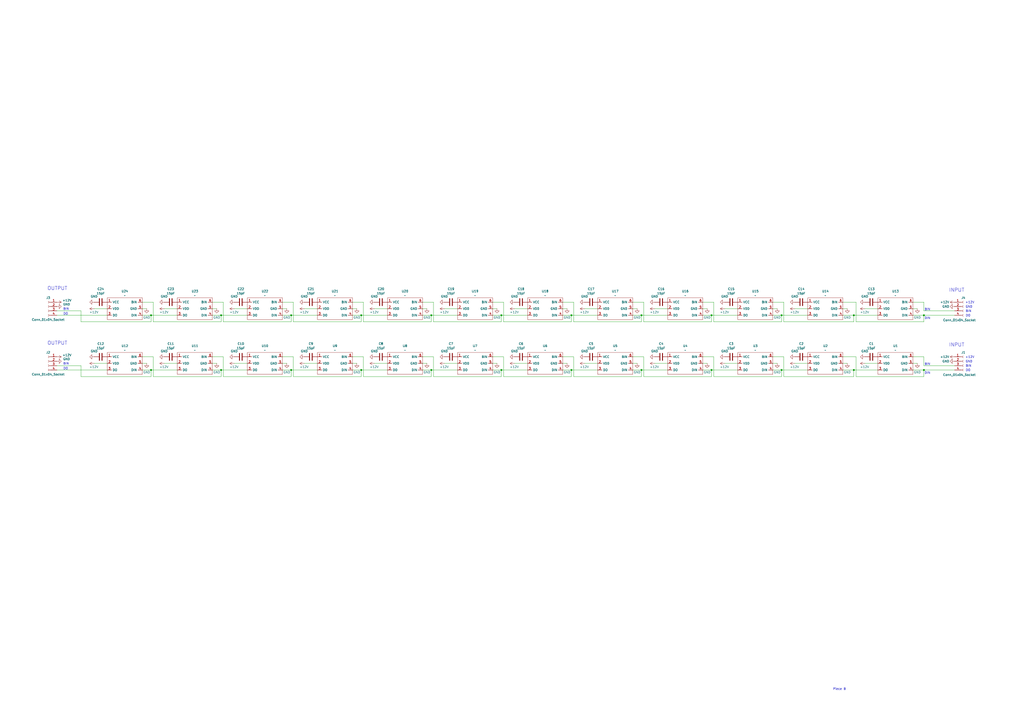
<source format=kicad_sch>
(kicad_sch (version 20250114) (generator "eeschema") (generator_version "9.0")
  (paper "A2")
  (lib_symbols
    (symbol "Connector:Conn_01x04_Socket" (pin_names (offset 1.016) (hide yes))
      (property "Reference" "J" (at 0 5.08 0))
      (property "Value" "Conn_01x04_Socket" (at 0 -7.62 0))
      (symbol "Conn_01x04_Socket_1_1"
        (polyline (pts (xy -1.27 2.54) (xy -0.508 2.54)) (stroke (width 0.1524)))
        (polyline (pts (xy -1.27 0) (xy -0.508 0)) (stroke (width 0.1524)))
        (polyline (pts (xy -1.27 -2.54) (xy -0.508 -2.54)) (stroke (width 0.1524)))
        (polyline (pts (xy -1.27 -5.08) (xy -0.508 -5.08)) (stroke (width 0.1524)))
        (arc (start 0 2.032) (mid -0.5058 2.54) (end 0 3.048) (stroke (width 0.1524)))
        (arc (start 0 -0.508) (mid -0.5058 0) (end 0 0.508) (stroke (width 0.1524)))
        (arc (start 0 -3.048) (mid -0.5058 -2.54) (end 0 -2.032) (stroke (width 0.1524)))
        (arc (start 0 -5.588) (mid -0.5058 -5.08) (end 0 -4.572) (stroke (width 0.1524)))
        (pin passive line (at -5.08 2.54 0) (length 3.81) (name "Pin_1") (number "1"))
        (pin passive line (at -5.08 0 0) (length 3.81) (name "Pin_2") (number "2"))
        (pin passive line (at -5.08 -2.54 0) (length 3.81) (name "Pin_3") (number "3"))
        (pin passive line (at -5.08 -5.08 0) (length 3.81) (name "Pin_4") (number "4"))
      )
    )
    (symbol "Device:C" (pin_numbers (hide yes)) (pin_names (offset 0.254))
      (property "Reference" "C" (at 0.635 2.54 0))
      (property "Value" "C" (at 0.635 -2.54 0))
      (symbol "C_0_1"
        (polyline (pts (xy -2.032 0.762) (xy 2.032 0.762)) (stroke (width 0.508)))
        (polyline (pts (xy -2.032 -0.762) (xy 2.032 -0.762)) (stroke (width 0.508)))
      )
      (symbol "C_1_1"
        (pin passive line (at 0 3.81 270) (length 2.794) (name "~") (number "1"))
        (pin passive line (at 0 -3.81 90) (length 2.794) (name "~") (number "2"))
      )
    )
    (symbol "power:+12V" (power) (pin_numbers (hide yes)) (pin_names (offset 0) (hide yes))
      (property "Value" "+12V" (at 0 3.556 0))
      (symbol "+12V_0_1"
        (polyline (pts (xy -0.762 1.27) (xy 0 2.54)))
        (polyline (pts (xy 0 2.54) (xy 0.762 1.27)))
        (polyline (pts (xy 0 0) (xy 0 2.54)))
      )
      (symbol "+12V_1_1"
        (pin power_in line (at 0 0 90) (length 0) (name "~") (number "1"))
      )
    )
    (symbol "power:GND" (power) (pin_numbers (hide yes)) (pin_names (offset 0) (hide yes))
      (property "Value" "GND" (at 0 -3.81 0))
      (symbol "GND_0_1"
        (polyline (pts (xy 0 0) (xy 0 -1.27) (xy 1.27 -1.27) (xy 0 -2.54) (xy -1.27 -1.27) (xy 0 -1.27)))
      )
      (symbol "GND_1_1"
        (pin power_in line (at 0 0 270) (length 0) (name "~") (number "1"))
      )
    )
    (symbol "star_ornament_PCB:WS2815E"
      (property "Reference" "U" (at 0 0 0))
      (symbol "WS2815E_0_1"
        (rectangle (start -10.16 6.35) (end 10.16 -6.35))
      )
      (symbol "WS2815E_1_1"
        (pin input line (at -10.16 3.81 0) (length 2.54) (name "VCC") (number "1"))
        (pin power_in line (at -10.16 0 0) (length 2.54) (name "VDD") (number "2"))
        (pin output line (at -10.16 -3.81 0) (length 2.54) (name "DO") (number "3"))
        (pin input line (at 10.16 3.81 180) (length 2.54) (name "BIN") (number "6"))
        (pin power_in line (at 10.16 0 180) (length 2.54) (name "GND") (number "5"))
        (pin input line (at 10.16 -3.81 180) (length 2.54) (name "DIN") (number "4"))
      )
    )
  )
  (text "INPUT" (at 554.99 200.152 0) (effects (font (size 2.032 2.032))))
  (text "BIN" (at 537.972 179.578 0) (effects (font (size 1.27 1.27))))
  (text "BIN" (at 561.848 212.344 0) (effects (font (size 1.27 1.27))))
  (text "DIN\n" (at 537.972 216.408 0) (effects (font (size 1.27 1.27))))
  (text "DIN\n" (at 537.972 184.658 0) (effects (font (size 1.27 1.27))))
  (text "BIN" (at 561.848 180.594 0) (effects (font (size 1.27 1.27))))
  (text "+12V\n" (at 562.61 175.514 0) (effects (font (size 1.27 1.27))))
  (text "INPUT" (at 554.99 168.402 0) (effects (font (size 2.032 2.032))))
  (text "+12V\n" (at 562.61 207.264 0) (effects (font (size 1.27 1.27))))
  (text "DO" (at 38.1 213.868 0) (effects (font (size 1.27 1.27))))
  (text "BIN" (at 38.354 211.074 0) (effects (font (size 1.27 1.27))))
  (text "GND" (at 562.102 209.804 0) (effects (font (size 1.27 1.27))))
  (text "DO" (at 561.594 183.134 0) (effects (font (size 1.27 1.27))))
  (text "DO" (at 561.594 214.884 0) (effects (font (size 1.27 1.27))))
  (text "GND" (at 562.102 178.054 0) (effects (font (size 1.27 1.27))))
  (text "OUTPUT" (at 33.274 167.386 0) (effects (font (size 2.032 2.032))))
  (text "Piece B" (at 486.918 399.796 0) (effects (font (size 1.27 1.27))))
  (text "BIN" (at 38.354 179.324 0) (effects (font (size 1.27 1.27))))
  (text "DO" (at 38.1 182.118 0) (effects (font (size 1.27 1.27))))
  (text "BIN" (at 537.972 211.328 0) (effects (font (size 1.27 1.27))))
  (text "OUTPUT" (at 33.274 199.136 0) (effects (font (size 2.032 2.032))))
  (junction (at 412.75 182.88))
  (junction (at 331.47 182.88))
  (junction (at 250.19 182.88))
  (junction (at 87.63 182.88))
  (junction (at 87.63 214.63))
  (junction (at 412.75 214.63))
  (junction (at 453.39 214.63))
  (junction (at 209.55 182.88))
  (junction (at 209.55 214.63))
  (junction (at 168.91 182.88))
  (junction (at 372.11 182.88))
  (junction (at 495.3 182.88))
  (junction (at 290.83 182.88))
  (junction (at 535.94 182.88))
  (junction (at 128.27 182.88))
  (junction (at 290.83 214.63))
  (junction (at 331.47 214.63))
  (junction (at 535.94 214.63))
  (junction (at 495.3 214.63))
  (junction (at 250.19 214.63))
  (junction (at 128.27 214.63))
  (junction (at 372.11 214.63))
  (junction (at 168.91 214.63))
  (junction (at 453.39 182.88))
  (wire (pts (xy 488.95 207.01) (xy 496.57 207.01)))
  (wire (pts (xy 250.19 186.69) (xy 250.19 182.88)))
  (wire (pts (xy 129.54 218.44) (xy 168.91 218.44)))
  (wire (pts (xy 88.9 186.69) (xy 128.27 186.69)))
  (wire (pts (xy 163.83 210.82) (xy 166.37 210.82)))
  (wire (pts (xy 529.59 179.07) (xy 532.13 179.07)))
  (wire (pts (xy 168.91 214.63) (xy 184.15 214.63)))
  (wire (pts (xy 204.47 214.63) (xy 209.55 214.63)))
  (wire (pts (xy 95.25 179.07) (xy 102.87 179.07)))
  (wire (pts (xy 292.1 207.01) (xy 292.1 218.44)))
  (wire (pts (xy 128.27 186.69) (xy 128.27 182.88)))
  (wire (pts (xy 129.54 175.26) (xy 129.54 186.69)))
  (wire (pts (xy 488.95 175.26) (xy 496.57 175.26)))
  (wire (pts (xy 373.38 207.01) (xy 373.38 218.44)))
  (wire (pts (xy 251.46 186.69) (xy 290.83 186.69)))
  (wire (pts (xy 331.47 186.69) (xy 331.47 182.88)))
  (wire (pts (xy 123.19 175.26) (xy 129.54 175.26)))
  (wire (pts (xy 453.39 186.69) (xy 453.39 182.88)))
  (wire (pts (xy 454.66 207.01) (xy 454.66 218.44)))
  (wire (pts (xy 251.46 207.01) (xy 251.46 218.44)))
  (wire (pts (xy 257.81 179.07) (xy 265.43 179.07)))
  (wire (pts (xy 88.9 175.26) (xy 88.9 186.69)))
  (wire (pts (xy 535.94 186.69) (xy 496.57 186.69)))
  (wire (pts (xy 535.94 214.63) (xy 535.94 218.44)))
  (wire (pts (xy 33.02 180.34) (xy 46.99 180.34)))
  (wire (pts (xy 331.47 214.63) (xy 346.71 214.63)))
  (wire (pts (xy 82.55 214.63) (xy 87.63 214.63)))
  (wire (pts (xy 373.38 186.69) (xy 412.75 186.69)))
  (wire (pts (xy 33.02 212.09) (xy 46.99 212.09)))
  (wire (pts (xy 535.94 207.01) (xy 529.59 207.01)))
  (wire (pts (xy 412.75 182.88) (xy 427.99 182.88)))
  (wire (pts (xy 292.1 218.44) (xy 331.47 218.44)))
  (wire (pts (xy 204.47 175.26) (xy 210.82 175.26)))
  (wire (pts (xy 495.3 214.63) (xy 509.27 214.63)))
  (wire (pts (xy 372.11 218.44) (xy 372.11 214.63)))
  (wire (pts (xy 128.27 182.88) (xy 143.51 182.88)))
  (wire (pts (xy 535.94 182.88) (xy 553.72 182.88)))
  (wire (pts (xy 33.02 182.88) (xy 62.23 182.88)))
  (wire (pts (xy 46.99 180.34) (xy 46.99 186.69)))
  (wire (pts (xy 290.83 182.88) (xy 306.07 182.88)))
  (wire (pts (xy 332.74 175.26) (xy 332.74 186.69)))
  (wire (pts (xy 535.94 212.09) (xy 553.72 212.09)))
  (wire (pts (xy 46.99 186.69) (xy 87.63 186.69)))
  (wire (pts (xy 367.03 214.63) (xy 372.11 214.63)))
  (wire (pts (xy 373.38 175.26) (xy 373.38 186.69)))
  (wire (pts (xy 367.03 182.88) (xy 372.11 182.88)))
  (wire (pts (xy 331.47 218.44) (xy 331.47 214.63)))
  (wire (pts (xy 332.74 186.69) (xy 372.11 186.69)))
  (wire (pts (xy 535.94 180.34) (xy 553.72 180.34)))
  (wire (pts (xy 332.74 207.01) (xy 332.74 218.44)))
  (wire (pts (xy 129.54 207.01) (xy 129.54 218.44)))
  (wire (pts (xy 129.54 186.69) (xy 168.91 186.69)))
  (wire (pts (xy 326.39 182.88) (xy 331.47 182.88)))
  (wire (pts (xy 217.17 179.07) (xy 224.79 179.07)))
  (wire (pts (xy 163.83 175.26) (xy 170.18 175.26)))
  (wire (pts (xy 290.83 218.44) (xy 290.83 214.63)))
  (wire (pts (xy 209.55 214.63) (xy 224.79 214.63)))
  (wire (pts (xy 339.09 179.07) (xy 346.71 179.07)))
  (wire (pts (xy 535.94 175.26) (xy 529.59 175.26)))
  (wire (pts (xy 453.39 214.63) (xy 468.63 214.63)))
  (wire (pts (xy 495.3 214.63) (xy 495.3 218.44)))
  (wire (pts (xy 123.19 214.63) (xy 128.27 214.63)))
  (wire (pts (xy 285.75 207.01) (xy 292.1 207.01)))
  (wire (pts (xy 298.45 179.07) (xy 306.07 179.07)))
  (wire (pts (xy 210.82 207.01) (xy 210.82 218.44)))
  (wire (pts (xy 128.27 214.63) (xy 143.51 214.63)))
  (wire (pts (xy 46.99 218.44) (xy 87.63 218.44)))
  (wire (pts (xy 250.19 214.63) (xy 265.43 214.63)))
  (wire (pts (xy 285.75 182.88) (xy 290.83 182.88)))
  (wire (pts (xy 407.67 179.07) (xy 410.21 179.07)))
  (wire (pts (xy 87.63 182.88) (xy 102.87 182.88)))
  (wire (pts (xy 414.02 218.44) (xy 453.39 218.44)))
  (wire (pts (xy 367.03 175.26) (xy 373.38 175.26)))
  (wire (pts (xy 412.75 218.44) (xy 412.75 214.63)))
  (wire (pts (xy 128.27 218.44) (xy 128.27 214.63)))
  (wire (pts (xy 245.11 214.63) (xy 250.19 214.63)))
  (wire (pts (xy 135.89 210.82) (xy 143.51 210.82)))
  (wire (pts (xy 535.94 218.44) (xy 496.57 218.44)))
  (wire (pts (xy 170.18 175.26) (xy 170.18 186.69)))
  (wire (pts (xy 82.55 207.01) (xy 88.9 207.01)))
  (wire (pts (xy 209.55 186.69) (xy 209.55 182.88)))
  (wire (pts (xy 448.31 207.01) (xy 454.66 207.01)))
  (wire (pts (xy 285.75 214.63) (xy 290.83 214.63)))
  (wire (pts (xy 209.55 218.44) (xy 209.55 214.63)))
  (wire (pts (xy 123.19 210.82) (xy 125.73 210.82)))
  (wire (pts (xy 454.66 186.69) (xy 495.3 186.69)))
  (wire (pts (xy 82.55 175.26) (xy 88.9 175.26)))
  (wire (pts (xy 95.25 210.82) (xy 102.87 210.82)))
  (wire (pts (xy 210.82 186.69) (xy 250.19 186.69)))
  (wire (pts (xy 535.94 182.88) (xy 535.94 186.69)))
  (wire (pts (xy 285.75 210.82) (xy 288.29 210.82)))
  (wire (pts (xy 54.61 210.82) (xy 62.23 210.82)))
  (wire (pts (xy 217.17 210.82) (xy 224.79 210.82)))
  (wire (pts (xy 448.31 214.63) (xy 453.39 214.63)))
  (wire (pts (xy 123.19 179.07) (xy 125.73 179.07)))
  (wire (pts (xy 407.67 207.01) (xy 414.02 207.01)))
  (wire (pts (xy 123.19 207.01) (xy 129.54 207.01)))
  (wire (pts (xy 339.09 210.82) (xy 346.71 210.82)))
  (wire (pts (xy 251.46 218.44) (xy 290.83 218.44)))
  (wire (pts (xy 326.39 210.82) (xy 328.93 210.82)))
  (wire (pts (xy 326.39 179.07) (xy 328.93 179.07)))
  (wire (pts (xy 82.55 182.88) (xy 87.63 182.88)))
  (wire (pts (xy 454.66 175.26) (xy 454.66 186.69)))
  (wire (pts (xy 501.65 179.07) (xy 509.27 179.07)))
  (wire (pts (xy 535.94 212.09) (xy 535.94 207.01)))
  (wire (pts (xy 123.19 182.88) (xy 128.27 182.88)))
  (wire (pts (xy 448.31 179.07) (xy 450.85 179.07)))
  (wire (pts (xy 448.31 182.88) (xy 453.39 182.88)))
  (wire (pts (xy 163.83 179.07) (xy 166.37 179.07)))
  (wire (pts (xy 367.03 179.07) (xy 369.57 179.07)))
  (wire (pts (xy 290.83 214.63) (xy 306.07 214.63)))
  (wire (pts (xy 170.18 207.01) (xy 170.18 218.44)))
  (wire (pts (xy 54.61 179.07) (xy 62.23 179.07)))
  (wire (pts (xy 163.83 207.01) (xy 170.18 207.01)))
  (wire (pts (xy 407.67 210.82) (xy 410.21 210.82)))
  (wire (pts (xy 87.63 214.63) (xy 87.63 218.44)))
  (wire (pts (xy 245.11 175.26) (xy 251.46 175.26)))
  (wire (pts (xy 245.11 207.01) (xy 251.46 207.01)))
  (wire (pts (xy 163.83 182.88) (xy 168.91 182.88)))
  (wire (pts (xy 414.02 186.69) (xy 453.39 186.69)))
  (wire (pts (xy 168.91 218.44) (xy 168.91 214.63)))
  (wire (pts (xy 298.45 210.82) (xy 306.07 210.82)))
  (wire (pts (xy 461.01 210.82) (xy 468.63 210.82)))
  (wire (pts (xy 332.74 218.44) (xy 372.11 218.44)))
  (wire (pts (xy 331.47 182.88) (xy 346.71 182.88)))
  (wire (pts (xy 495.3 182.88) (xy 509.27 182.88)))
  (wire (pts (xy 367.03 210.82) (xy 369.57 210.82)))
  (wire (pts (xy 373.38 218.44) (xy 412.75 218.44)))
  (wire (pts (xy 82.55 179.07) (xy 85.09 179.07)))
  (wire (pts (xy 407.67 182.88) (xy 412.75 182.88)))
  (wire (pts (xy 82.55 210.82) (xy 85.09 210.82)))
  (wire (pts (xy 210.82 218.44) (xy 250.19 218.44)))
  (wire (pts (xy 488.95 210.82) (xy 491.49 210.82)))
  (wire (pts (xy 496.57 207.01) (xy 496.57 218.44)))
  (wire (pts (xy 245.11 179.07) (xy 247.65 179.07)))
  (wire (pts (xy 87.63 182.88) (xy 87.63 186.69)))
  (wire (pts (xy 285.75 175.26) (xy 292.1 175.26)))
  (wire (pts (xy 290.83 186.69) (xy 290.83 182.88)))
  (wire (pts (xy 251.46 175.26) (xy 251.46 186.69)))
  (wire (pts (xy 414.02 175.26) (xy 414.02 186.69)))
  (wire (pts (xy 250.19 182.88) (xy 265.43 182.88)))
  (wire (pts (xy 209.55 182.88) (xy 224.79 182.88)))
  (wire (pts (xy 461.01 179.07) (xy 468.63 179.07)))
  (wire (pts (xy 367.03 207.01) (xy 373.38 207.01)))
  (wire (pts (xy 407.67 214.63) (xy 412.75 214.63)))
  (wire (pts (xy 88.9 207.01) (xy 88.9 218.44)))
  (wire (pts (xy 250.19 218.44) (xy 250.19 214.63)))
  (wire (pts (xy 163.83 214.63) (xy 168.91 214.63)))
  (wire (pts (xy 88.9 218.44) (xy 128.27 218.44)))
  (wire (pts (xy 420.37 179.07) (xy 427.99 179.07)))
  (wire (pts (xy 168.91 182.88) (xy 184.15 182.88)))
  (wire (pts (xy 257.81 210.82) (xy 265.43 210.82)))
  (wire (pts (xy 454.66 218.44) (xy 495.3 218.44)))
  (wire (pts (xy 33.02 214.63) (xy 62.23 214.63)))
  (wire (pts (xy 372.11 214.63) (xy 387.35 214.63)))
  (wire (pts (xy 412.75 186.69) (xy 412.75 182.88)))
  (wire (pts (xy 204.47 210.82) (xy 207.01 210.82)))
  (wire (pts (xy 285.75 179.07) (xy 288.29 179.07)))
  (wire (pts (xy 488.95 214.63) (xy 495.3 214.63)))
  (wire (pts (xy 292.1 186.69) (xy 331.47 186.69)))
  (wire (pts (xy 414.02 207.01) (xy 414.02 218.44)))
  (wire (pts (xy 488.95 182.88) (xy 495.3 182.88)))
  (wire (pts (xy 448.31 175.26) (xy 454.66 175.26)))
  (wire (pts (xy 372.11 182.88) (xy 387.35 182.88)))
  (wire (pts (xy 448.31 210.82) (xy 450.85 210.82)))
  (wire (pts (xy 204.47 179.07) (xy 207.01 179.07)))
  (wire (pts (xy 326.39 207.01) (xy 332.74 207.01)))
  (wire (pts (xy 245.11 182.88) (xy 250.19 182.88)))
  (wire (pts (xy 210.82 175.26) (xy 210.82 186.69)))
  (wire (pts (xy 135.89 179.07) (xy 143.51 179.07)))
  (wire (pts (xy 170.18 218.44) (xy 209.55 218.44)))
  (wire (pts (xy 496.57 175.26) (xy 496.57 186.69)))
  (wire (pts (xy 488.95 179.07) (xy 491.49 179.07)))
  (wire (pts (xy 501.65 210.82) (xy 509.27 210.82)))
  (wire (pts (xy 176.53 179.07) (xy 184.15 179.07)))
  (wire (pts (xy 170.18 186.69) (xy 209.55 186.69)))
  (wire (pts (xy 326.39 214.63) (xy 331.47 214.63)))
  (wire (pts (xy 245.11 210.82) (xy 247.65 210.82)))
  (wire (pts (xy 204.47 207.01) (xy 210.82 207.01)))
  (wire (pts (xy 535.94 180.34) (xy 535.94 175.26)))
  (wire (pts (xy 535.94 214.63) (xy 553.72 214.63)))
  (wire (pts (xy 168.91 186.69) (xy 168.91 182.88)))
  (wire (pts (xy 176.53 210.82) (xy 184.15 210.82)))
  (wire (pts (xy 87.63 214.63) (xy 102.87 214.63)))
  (wire (pts (xy 453.39 218.44) (xy 453.39 214.63)))
  (wire (pts (xy 529.59 182.88) (xy 535.94 182.88)))
  (wire (pts (xy 46.99 212.09) (xy 46.99 218.44)))
  (wire (pts (xy 412.75 214.63) (xy 427.99 214.63)))
  (wire (pts (xy 420.37 210.82) (xy 427.99 210.82)))
  (wire (pts (xy 204.47 182.88) (xy 209.55 182.88)))
  (wire (pts (xy 529.59 214.63) (xy 535.94 214.63)))
  (wire (pts (xy 292.1 175.26) (xy 292.1 186.69)))
  (wire (pts (xy 372.11 186.69) (xy 372.11 182.88)))
  (wire (pts (xy 495.3 182.88) (xy 495.3 186.69)))
  (wire (pts (xy 379.73 210.82) (xy 387.35 210.82)))
  (wire (pts (xy 379.73 179.07) (xy 387.35 179.07)))
  (wire (pts (xy 529.59 210.82) (xy 532.13 210.82)))
  (wire (pts (xy 326.39 175.26) (xy 332.74 175.26)))
  (wire (pts (xy 407.67 175.26) (xy 414.02 175.26)))
  (wire (pts (xy 453.39 182.88) (xy 468.63 182.88)))
  (symbol (lib_id "power:GND") (at 257.81 207.01 270) (unit 1)
    (property "Reference" "#PWR0211" (effects (hide yes)))
    (property "Value" "GND" (at 259.842 203.708 90) (effects (justify right)))
    (property "Description" "Power symbol creates a global label with name \"GND\" , ground" (effects (hide yes)))
  )
  (symbol (lib_id "power:GND") (at 135.89 207.01 270) (unit 1)
    (property "Reference" "#PWR0334" (effects (hide yes)))
    (property "Value" "GND" (at 137.922 203.708 90) (effects (justify right)))
    (property "Description" "Power symbol creates a global label with name \"GND\" , ground" (effects (hide yes)))
  )
  (symbol (lib_id "star_ornament_PCB:WS2815E") (at 438.15 179.07 0) (unit 1)
    (property "Reference" "U15" (at 438.15 168.91 0))
    (property "Value" "~" (at 438.15 171.45 0))
    (property "Footprint" "WS2815:LED-TRICOLOR-5050" (effects (hide yes)))
  )
  (symbol (lib_id "star_ornament_PCB:WS2815E") (at 234.95 210.82 0) (unit 1)
    (property "Reference" "U8" (at 234.95 200.66 0))
    (property "Value" "~" (at 234.95 203.2 0))
    (property "Footprint" "WS2815:LED-TRICOLOR-5050" (effects (hide yes)))
  )
  (symbol (lib_id "power:+12V") (at 95.25 179.07 90) (unit 1)
    (property "Reference" "#PWR0396" (effects (hide yes)))
    (property "Value" "+12V" (at 97.79 181.102 90) (effects (justify left)))
    (property "Description" "Power symbol creates a global label with name \"+12V\"" (effects (hide yes)))
  )
  (symbol (lib_id "power:+12V") (at 33.02 207.01 270) (unit 1)
    (property "Reference" "#PWR01" (effects (hide yes)))
    (property "Value" "+12V" (at 38.862 205.994 90))
    (property "Description" "Power symbol creates a global label with name \"+12V\"" (effects (hide yes)))
  )
  (symbol (lib_id "power:GND") (at 501.65 175.26 270) (unit 1)
    (property "Reference" "#PWR068" (effects (hide yes)))
    (property "Value" "GND" (at 503.682 171.958 90) (effects (justify right)))
    (property "Description" "Power symbol creates a global label with name \"GND\" , ground" (effects (hide yes)))
  )
  (symbol (lib_id "power:+12V") (at 54.61 210.82 90) (unit 1)
    (property "Reference" "#PWR0364" (effects (hide yes)))
    (property "Value" "+12V" (at 57.15 212.852 90) (effects (justify left)))
    (property "Description" "Power symbol creates a global label with name \"+12V\"" (effects (hide yes)))
  )
  (symbol (lib_id "Device:C") (at 139.7 175.26 270) (unit 1)
    (property "Reference" "C22" (at 139.7 167.64 90))
    (property "Value" "15pF" (at 139.7 170.18 90))
    (property "Footprint" "GJM1555C1H150GB01D:CAPC1005X55N" (effects (hide yes)))
    (property "Description" "Unpolarized capacitor" (effects (hide yes)))
  )
  (symbol (lib_id "power:+12V") (at 176.53 179.07 90) (unit 1)
    (property "Reference" "#PWR0308" (effects (hide yes)))
    (property "Value" "+12V" (at 179.07 181.102 90) (effects (justify left)))
    (property "Description" "Power symbol creates a global label with name \"+12V\"" (effects (hide yes)))
  )
  (symbol (lib_id "power:+12V") (at 420.37 179.07 90) (unit 1)
    (property "Reference" "#PWR094" (effects (hide yes)))
    (property "Value" "+12V" (at 422.91 181.102 90) (effects (justify left)))
    (property "Description" "Power symbol creates a global label with name \"+12V\"" (effects (hide yes)))
  )
  (symbol (lib_id "power:GND") (at 217.17 207.01 270) (unit 1)
    (property "Reference" "#PWR0231" (effects (hide yes)))
    (property "Value" "GND" (at 219.202 203.708 90) (effects (justify right)))
    (property "Description" "Power symbol creates a global label with name \"GND\" , ground" (effects (hide yes)))
  )
  (symbol (lib_id "power:+12V") (at 379.73 210.82 90) (unit 1)
    (property "Reference" "#PWR0122" (effects (hide yes)))
    (property "Value" "+12V" (at 382.27 212.852 90) (effects (justify left)))
    (property "Description" "Power symbol creates a global label with name \"+12V\"" (effects (hide yes)))
  )
  (symbol (lib_id "power:+12V") (at 95.25 210.82 90) (unit 1)
    (property "Reference" "#PWR0394" (effects (hide yes)))
    (property "Value" "+12V" (at 97.79 212.852 90) (effects (justify left)))
    (property "Description" "Power symbol creates a global label with name \"+12V\"" (effects (hide yes)))
  )
  (symbol (lib_id "power:GND") (at 54.61 175.26 270) (unit 1)
    (property "Reference" "#PWR0365" (effects (hide yes)))
    (property "Value" "GND" (at 56.642 171.958 90) (effects (justify right)))
    (property "Description" "Power symbol creates a global label with name \"GND\" , ground" (effects (hide yes)))
  )
  (symbol (lib_id "Device:C") (at 464.82 175.26 270) (unit 1)
    (property "Reference" "C14" (at 464.82 167.64 90))
    (property "Value" "15pF" (at 464.82 170.18 90))
    (property "Footprint" "GJM1555C1H150GB01D:CAPC1005X55N" (effects (hide yes)))
    (property "Description" "Unpolarized capacitor" (effects (hide yes)))
  )
  (symbol (lib_id "power:+12V") (at 461.01 210.82 90) (unit 1)
    (property "Reference" "#PWR062" (effects (hide yes)))
    (property "Value" "+12V" (at 463.55 212.852 90) (effects (justify left)))
    (property "Description" "Power symbol creates a global label with name \"+12V\"" (effects (hide yes)))
  )
  (symbol (lib_id "power:+12V") (at 257.81 210.82 90) (unit 1)
    (property "Reference" "#PWR0212" (effects (hide yes)))
    (property "Value" "+12V" (at 260.35 212.852 90) (effects (justify left)))
    (property "Description" "Power symbol creates a global label with name \"+12V\"" (effects (hide yes)))
  )
  (symbol (lib_id "Device:C") (at 139.7 207.01 270) (unit 1)
    (property "Reference" "C10" (at 139.7 199.39 90))
    (property "Value" "15pF" (at 139.7 201.93 90))
    (property "Footprint" "GJM1555C1H150GB01D:CAPC1005X55N" (effects (hide yes)))
    (property "Description" "Unpolarized capacitor" (effects (hide yes)))
  )
  (symbol (lib_id "power:+12V") (at 135.89 210.82 90) (unit 1)
    (property "Reference" "#PWR0335" (effects (hide yes)))
    (property "Value" "+12V" (at 138.43 212.852 90) (effects (justify left)))
    (property "Description" "Power symbol creates a global label with name \"+12V\"" (effects (hide yes)))
  )
  (symbol (lib_id "Device:C") (at 220.98 175.26 270) (unit 1)
    (property "Reference" "C20" (at 220.98 167.64 90))
    (property "Value" "15pF" (at 220.98 170.18 90))
    (property "Footprint" "GJM1555C1H150GB01D:CAPC1005X55N" (effects (hide yes)))
    (property "Description" "Unpolarized capacitor" (effects (hide yes)))
  )
  (symbol (lib_id "Device:C") (at 505.46 175.26 270) (unit 1)
    (property "Reference" "C13" (at 505.46 167.64 90))
    (property "Value" "15pF" (at 505.46 170.18 90))
    (property "Footprint" "GJM1555C1H150GB01D:CAPC1005X55N" (effects (hide yes)))
    (property "Description" "Unpolarized capacitor" (effects (hide yes)))
  )
  (symbol (lib_id "power:+12V") (at 176.53 210.82 90) (unit 1)
    (property "Reference" "#PWR0306" (effects (hide yes)))
    (property "Value" "+12V" (at 179.07 212.852 90) (effects (justify left)))
    (property "Description" "Power symbol creates a global label with name \"+12V\"" (effects (hide yes)))
  )
  (symbol (lib_id "star_ornament_PCB:WS2815E") (at 519.43 179.07 0) (unit 1)
    (property "Reference" "U13" (at 519.43 168.91 0))
    (property "Value" "~" (at 519.43 171.45 0))
    (property "Footprint" "WS2815:LED-TRICOLOR-5050" (effects (hide yes)))
  )
  (symbol (lib_id "Device:C") (at 58.42 207.01 270) (unit 1)
    (property "Reference" "C12" (at 58.42 199.39 90))
    (property "Value" "15pF" (at 58.42 201.93 90))
    (property "Footprint" "GJM1555C1H150GB01D:CAPC1005X55N" (effects (hide yes)))
    (property "Description" "Unpolarized capacitor" (effects (hide yes)))
  )
  (symbol (lib_id "power:GND") (at 176.53 207.01 270) (unit 1)
    (property "Reference" "#PWR0305" (effects (hide yes)))
    (property "Value" "GND" (at 178.562 203.708 90) (effects (justify right)))
    (property "Description" "Power symbol creates a global label with name \"GND\" , ground" (effects (hide yes)))
  )
  (symbol (lib_id "power:GND") (at 207.01 179.07 0) (unit 1)
    (property "Reference" "#PWR015" (effects (hide yes)))
    (property "Value" "GND" (at 207.01 184.15 0))
    (property "Description" "Power symbol creates a global label with name \"GND\" , ground" (effects (hide yes)))
  )
  (symbol (lib_id "power:+12V") (at 420.37 210.82 90) (unit 1)
    (property "Reference" "#PWR092" (effects (hide yes)))
    (property "Value" "+12V" (at 422.91 212.852 90) (effects (justify left)))
    (property "Description" "Power symbol creates a global label with name \"+12V\"" (effects (hide yes)))
  )
  (symbol (lib_id "power:GND") (at 217.17 175.26 270) (unit 1)
    (property "Reference" "#PWR0232" (effects (hide yes)))
    (property "Value" "GND" (at 219.202 171.958 90) (effects (justify right)))
    (property "Description" "Power symbol creates a global label with name \"GND\" , ground" (effects (hide yes)))
  )
  (symbol (lib_id "power:GND") (at 410.21 210.82 0) (unit 1)
    (property "Reference" "#PWR0141" (effects (hide yes)))
    (property "Value" "GND" (at 410.21 215.9 0))
    (property "Description" "Power symbol creates a global label with name \"GND\" , ground" (effects (hide yes)))
  )
  (symbol (lib_id "power:+12V") (at 461.01 179.07 90) (unit 1)
    (property "Reference" "#PWR067" (effects (hide yes)))
    (property "Value" "+12V" (at 463.55 181.102 90) (effects (justify left)))
    (property "Description" "Power symbol creates a global label with name \"+12V\"" (effects (hide yes)))
  )
  (symbol (lib_id "power:GND") (at 247.65 179.07 0) (unit 1)
    (property "Reference" "#PWR016" (effects (hide yes)))
    (property "Value" "GND" (at 247.65 184.15 0))
    (property "Description" "Power symbol creates a global label with name \"GND\" , ground" (effects (hide yes)))
  )
  (symbol (lib_id "power:GND") (at 207.01 210.82 0) (unit 1)
    (property "Reference" "#PWR010" (effects (hide yes)))
    (property "Value" "GND" (at 207.01 215.9 0))
    (property "Description" "Power symbol creates a global label with name \"GND\" , ground" (effects (hide yes)))
  )
  (symbol (lib_id "power:GND") (at 501.65 207.01 270) (unit 1)
    (property "Reference" "#PWR061" (effects (hide yes)))
    (property "Value" "GND" (at 503.682 203.708 90) (effects (justify right)))
    (property "Description" "Power symbol creates a global label with name \"GND\" , ground" (effects (hide yes)))
  )
  (symbol (lib_id "Device:C") (at 302.26 175.26 270) (unit 1)
    (property "Reference" "C18" (at 302.26 167.64 90))
    (property "Value" "15pF" (at 302.26 170.18 90))
    (property "Footprint" "GJM1555C1H150GB01D:CAPC1005X55N" (effects (hide yes)))
    (property "Description" "Unpolarized capacitor" (effects (hide yes)))
  )
  (symbol (lib_id "power:GND") (at 491.49 210.82 0) (unit 1)
    (property "Reference" "#PWR081" (effects (hide yes)))
    (property "Value" "GND" (at 491.49 215.9 0))
    (property "Description" "Power symbol creates a global label with name \"GND\" , ground" (effects (hide yes)))
  )
  (symbol (lib_id "power:+12V") (at 217.17 179.07 90) (unit 1)
    (property "Reference" "#PWR0278" (effects (hide yes)))
    (property "Value" "+12V" (at 219.71 181.102 90) (effects (justify left)))
    (property "Description" "Power symbol creates a global label with name \"+12V\"" (effects (hide yes)))
  )
  (symbol (lib_id "Device:C") (at 464.82 207.01 270) (unit 1)
    (property "Reference" "C2" (at 464.82 199.39 90))
    (property "Value" "15pF" (at 464.82 201.93 90))
    (property "Footprint" "GJM1555C1H150GB01D:CAPC1005X55N" (effects (hide yes)))
    (property "Description" "Unpolarized capacitor" (effects (hide yes)))
  )
  (symbol (lib_id "power:GND") (at 85.09 210.82 0) (unit 1)
    (property "Reference" "#PWR0383" (effects (hide yes)))
    (property "Value" "GND" (at 85.09 215.9 0))
    (property "Description" "Power symbol creates a global label with name \"GND\" , ground" (effects (hide yes)))
  )
  (symbol (lib_id "power:GND") (at 369.57 179.07 0) (unit 1)
    (property "Reference" "#PWR0172" (effects (hide yes)))
    (property "Value" "GND" (at 369.57 184.15 0))
    (property "Description" "Power symbol creates a global label with name \"GND\" , ground" (effects (hide yes)))
  )
  (symbol (lib_id "power:+12V") (at 257.81 179.07 90) (unit 1)
    (property "Reference" "#PWR0214" (effects (hide yes)))
    (property "Value" "+12V" (at 260.35 181.102 90) (effects (justify left)))
    (property "Description" "Power symbol creates a global label with name \"+12V\"" (effects (hide yes)))
  )
  (symbol (lib_id "star_ornament_PCB:WS2815E") (at 397.51 210.82 0) (unit 1)
    (property "Reference" "U4" (at 397.51 200.66 0))
    (property "Value" "~" (at 397.51 203.2 0))
    (property "Footprint" "WS2815:LED-TRICOLOR-5050" (effects (hide yes)))
  )
  (symbol (lib_id "power:GND") (at 379.73 175.26 270) (unit 1)
    (property "Reference" "#PWR0123" (effects (hide yes)))
    (property "Value" "GND" (at 381.762 171.958 90) (effects (justify right)))
    (property "Description" "Power symbol creates a global label with name \"GND\" , ground" (effects (hide yes)))
  )
  (symbol (lib_id "power:+12V") (at 339.09 210.82 90) (unit 1)
    (property "Reference" "#PWR0152" (effects (hide yes)))
    (property "Value" "+12V" (at 341.63 212.852 90) (effects (justify left)))
    (property "Description" "Power symbol creates a global label with name \"+12V\"" (effects (hide yes)))
  )
  (symbol (lib_id "power:GND") (at 54.61 207.01 270) (unit 1)
    (property "Reference" "#PWR0363" (effects (hide yes)))
    (property "Value" "GND" (at 56.642 203.708 90) (effects (justify right)))
    (property "Description" "Power symbol creates a global label with name \"GND\" , ground" (effects (hide yes)))
  )
  (symbol (lib_id "Device:C") (at 58.42 175.26 270) (unit 1)
    (property "Reference" "C24" (at 58.42 167.64 90))
    (property "Value" "15pF" (at 58.42 170.18 90))
    (property "Footprint" "GJM1555C1H150GB01D:CAPC1005X55N" (effects (hide yes)))
    (property "Description" "Unpolarized capacitor" (effects (hide yes)))
  )
  (symbol (lib_id "power:GND") (at 410.21 179.07 0) (unit 1)
    (property "Reference" "#PWR0142" (effects (hide yes)))
    (property "Value" "GND" (at 410.21 184.15 0))
    (property "Description" "Power symbol creates a global label with name \"GND\" , ground" (effects (hide yes)))
  )
  (symbol (lib_id "power:+12V") (at 217.17 210.82 90) (unit 1)
    (property "Reference" "#PWR0277" (effects (hide yes)))
    (property "Value" "+12V" (at 219.71 212.852 90) (effects (justify left)))
    (property "Description" "Power symbol creates a global label with name \"+12V\"" (effects (hide yes)))
  )
  (symbol (lib_id "power:GND") (at 298.45 207.01 270) (unit 1)
    (property "Reference" "#PWR0181" (effects (hide yes)))
    (property "Value" "GND" (at 300.482 203.708 90) (effects (justify right)))
    (property "Description" "Power symbol creates a global label with name \"GND\" , ground" (effects (hide yes)))
  )
  (symbol (lib_id "Connector:Conn_01x04_Socket") (at 27.94 209.55 0) (mirror y) (unit 1)
    (property "Reference" "J2" (at 27.94 204.47 0))
    (property "Value" "Conn_01x04_Socket" (at 27.94 217.17 0))
    (property "Footprint" "Connector_Wire:SolderWire-0.1sqmm_1x04_P3.6mm_D0.4mm_OD1mm" (effects (hide yes)))
    (property "Description" "Generic connector, single row, 01x04, script generated" (effects (hide yes)))
  )
  (symbol (lib_id "power:+12V") (at 33.02 175.26 270) (unit 1)
    (property "Reference" "#PWR03" (effects (hide yes)))
    (property "Value" "+12V" (at 38.862 174.244 90))
    (property "Description" "Power symbol creates a global label with name \"+12V\"" (effects (hide yes)))
  )
  (symbol (lib_id "Device:C") (at 424.18 207.01 270) (unit 1)
    (property "Reference" "C3" (at 424.18 199.39 90))
    (property "Value" "15pF" (at 424.18 201.93 90))
    (property "Footprint" "GJM1555C1H150GB01D:CAPC1005X55N" (effects (hide yes)))
    (property "Description" "Unpolarized capacitor" (effects (hide yes)))
  )
  (symbol (lib_id "Device:C") (at 220.98 207.01 270) (unit 1)
    (property "Reference" "C8" (at 220.98 199.39 90))
    (property "Value" "15pF" (at 220.98 201.93 90))
    (property "Footprint" "GJM1555C1H150GB01D:CAPC1005X55N" (effects (hide yes)))
    (property "Description" "Unpolarized capacitor" (effects (hide yes)))
  )
  (symbol (lib_id "Device:C") (at 180.34 207.01 270) (unit 1)
    (property "Reference" "C9" (at 180.34 199.39 90))
    (property "Value" "15pF" (at 180.34 201.93 90))
    (property "Footprint" "GJM1555C1H150GB01D:CAPC1005X55N" (effects (hide yes)))
    (property "Description" "Unpolarized capacitor" (effects (hide yes)))
  )
  (symbol (lib_id "power:GND") (at 450.85 179.07 0) (unit 1)
    (property "Reference" "#PWR0112" (effects (hide yes)))
    (property "Value" "GND" (at 450.85 184.15 0))
    (property "Description" "Power symbol creates a global label with name \"GND\" , ground" (effects (hide yes)))
  )
  (symbol (lib_id "star_ornament_PCB:WS2815E") (at 275.59 179.07 0) (unit 1)
    (property "Reference" "U19" (at 275.59 168.91 0))
    (property "Value" "~" (at 275.59 171.45 0))
    (property "Footprint" "WS2815:LED-TRICOLOR-5050" (effects (hide yes)))
  )
  (symbol (lib_id "star_ornament_PCB:WS2815E") (at 194.31 179.07 0) (unit 1)
    (property "Reference" "U21" (at 194.31 168.91 0))
    (property "Value" "~" (at 194.31 171.45 0))
    (property "Footprint" "WS2815:LED-TRICOLOR-5050" (effects (hide yes)))
  )
  (symbol (lib_id "Device:C") (at 99.06 175.26 270) (unit 1)
    (property "Reference" "C23" (at 99.06 167.64 90))
    (property "Value" "15pF" (at 99.06 170.18 90))
    (property "Footprint" "GJM1555C1H150GB01D:CAPC1005X55N" (effects (hide yes)))
    (property "Description" "Unpolarized capacitor" (effects (hide yes)))
  )
  (symbol (lib_id "power:GND") (at 450.85 210.82 0) (unit 1)
    (property "Reference" "#PWR0111" (effects (hide yes)))
    (property "Value" "GND" (at 450.85 215.9 0))
    (property "Description" "Power symbol creates a global label with name \"GND\" , ground" (effects (hide yes)))
  )
  (symbol (lib_id "power:GND") (at 95.25 175.26 270) (unit 1)
    (property "Reference" "#PWR0395" (effects (hide yes)))
    (property "Value" "GND" (at 97.282 171.958 90) (effects (justify right)))
    (property "Description" "Power symbol creates a global label with name \"GND\" , ground" (effects (hide yes)))
  )
  (symbol (lib_id "star_ornament_PCB:WS2815E") (at 356.87 210.82 0) (unit 1)
    (property "Reference" "U5" (at 356.87 200.66 0))
    (property "Value" "~" (at 356.87 203.2 0))
    (property "Footprint" "WS2815:LED-TRICOLOR-5050" (effects (hide yes)))
  )
  (symbol (lib_id "power:GND") (at 247.65 210.82 0) (unit 1)
    (property "Reference" "#PWR09" (effects (hide yes)))
    (property "Value" "GND" (at 247.65 215.9 0))
    (property "Description" "Power symbol creates a global label with name \"GND\" , ground" (effects (hide yes)))
  )
  (symbol (lib_id "power:GND") (at 288.29 210.82 0) (unit 1)
    (property "Reference" "#PWR07" (effects (hide yes)))
    (property "Value" "GND" (at 288.29 215.9 0))
    (property "Description" "Power symbol creates a global label with name \"GND\" , ground" (effects (hide yes)))
  )
  (symbol (lib_id "power:+12V") (at 501.65 210.82 90) (unit 1)
    (property "Reference" "#PWR064" (effects (hide yes)))
    (property "Value" "+12V" (at 504.19 212.852 90) (effects (justify left)))
    (property "Description" "Power symbol creates a global label with name \"+12V\"" (effects (hide yes)))
  )
  (symbol (lib_id "power:GND") (at 420.37 207.01 270) (unit 1)
    (property "Reference" "#PWR091" (effects (hide yes)))
    (property "Value" "GND" (at 422.402 203.708 90) (effects (justify right)))
    (property "Description" "Power symbol creates a global label with name \"GND\" , ground" (effects (hide yes)))
  )
  (symbol (lib_id "star_ornament_PCB:WS2815E") (at 438.15 210.82 0) (unit 1)
    (property "Reference" "U3" (at 438.15 200.66 0))
    (property "Value" "~" (at 438.15 203.2 0))
    (property "Footprint" "WS2815:LED-TRICOLOR-5050" (effects (hide yes)))
  )
  (symbol (lib_id "star_ornament_PCB:WS2815E") (at 234.95 179.07 0) (unit 1)
    (property "Reference" "U20" (at 234.95 168.91 0))
    (property "Value" "~" (at 234.95 171.45 0))
    (property "Footprint" "WS2815:LED-TRICOLOR-5050" (effects (hide yes)))
  )
  (symbol (lib_id "power:GND") (at 125.73 179.07 0) (unit 1)
    (property "Reference" "#PWR013" (effects (hide yes)))
    (property "Value" "GND" (at 125.73 184.15 0))
    (property "Description" "Power symbol creates a global label with name \"GND\" , ground" (effects (hide yes)))
  )
  (symbol (lib_id "Device:C") (at 180.34 175.26 270) (unit 1)
    (property "Reference" "C21" (at 180.34 167.64 90))
    (property "Value" "15pF" (at 180.34 170.18 90))
    (property "Footprint" "GJM1555C1H150GB01D:CAPC1005X55N" (effects (hide yes)))
    (property "Description" "Unpolarized capacitor" (effects (hide yes)))
  )
  (symbol (lib_id "star_ornament_PCB:WS2815E") (at 194.31 210.82 0) (unit 1)
    (property "Reference" "U9" (at 194.31 200.66 0))
    (property "Value" "~" (at 194.31 203.2 0))
    (property "Footprint" "WS2815:LED-TRICOLOR-5050" (effects (hide yes)))
  )
  (symbol (lib_id "star_ornament_PCB:WS2815E") (at 519.43 210.82 0) (unit 1)
    (property "Reference" "U1" (at 519.43 200.66 0))
    (property "Value" "~" (at 519.43 203.2 0))
    (property "Footprint" "WS2815:LED-TRICOLOR-5050" (effects (hide yes)))
  )
  (symbol (lib_id "Device:C") (at 342.9 175.26 270) (unit 1)
    (property "Reference" "C17" (at 342.9 167.64 90))
    (property "Value" "15pF" (at 342.9 170.18 90))
    (property "Footprint" "GJM1555C1H150GB01D:CAPC1005X55N" (effects (hide yes)))
    (property "Description" "Unpolarized capacitor" (effects (hide yes)))
  )
  (symbol (lib_id "power:+12V") (at 501.65 179.07 90) (unit 1)
    (property "Reference" "#PWR069" (effects (hide yes)))
    (property "Value" "+12V" (at 504.19 181.102 90) (effects (justify left)))
    (property "Description" "Power symbol creates a global label with name \"+12V\"" (effects (hide yes)))
  )
  (symbol (lib_id "power:GND") (at 328.93 210.82 0) (unit 1)
    (property "Reference" "#PWR0201" (effects (hide yes)))
    (property "Value" "GND" (at 328.93 215.9 0))
    (property "Description" "Power symbol creates a global label with name \"GND\" , ground" (effects (hide yes)))
  )
  (symbol (lib_id "power:+12V") (at 54.61 179.07 90) (unit 1)
    (property "Reference" "#PWR0366" (effects (hide yes)))
    (property "Value" "+12V" (at 57.15 181.102 90) (effects (justify left)))
    (property "Description" "Power symbol creates a global label with name \"+12V\"" (effects (hide yes)))
  )
  (symbol (lib_id "Device:C") (at 383.54 207.01 270) (unit 1)
    (property "Reference" "C4" (at 383.54 199.39 90))
    (property "Value" "15pF" (at 383.54 201.93 90))
    (property "Footprint" "GJM1555C1H150GB01D:CAPC1005X55N" (effects (hide yes)))
    (property "Description" "Unpolarized capacitor" (effects (hide yes)))
  )
  (symbol (lib_id "star_ornament_PCB:WS2815E") (at 275.59 210.82 0) (unit 1)
    (property "Reference" "U7" (at 275.59 200.66 0))
    (property "Value" "~" (at 275.59 203.2 0))
    (property "Footprint" "WS2815:LED-TRICOLOR-5050" (effects (hide yes)))
  )
  (symbol (lib_id "star_ornament_PCB:WS2815E") (at 316.23 210.82 0) (unit 1)
    (property "Reference" "U6" (at 316.23 200.66 0))
    (property "Value" "~" (at 316.23 203.2 0))
    (property "Footprint" "WS2815:LED-TRICOLOR-5050" (effects (hide yes)))
  )
  (symbol (lib_id "star_ornament_PCB:WS2815E") (at 113.03 179.07 0) (unit 1)
    (property "Reference" "U23" (at 113.03 168.91 0))
    (property "Value" "~" (at 113.03 171.45 0))
    (property "Footprint" "WS2815:LED-TRICOLOR-5050" (effects (hide yes)))
  )
  (symbol (lib_id "power:GND") (at 166.37 210.82 0) (unit 1)
    (property "Reference" "#PWR011" (effects (hide yes)))
    (property "Value" "GND" (at 166.37 215.9 0))
    (property "Description" "Power symbol creates a global label with name \"GND\" , ground" (effects (hide yes)))
  )
  (symbol (lib_id "star_ornament_PCB:WS2815E") (at 72.39 179.07 0) (unit 1)
    (property "Reference" "U24" (at 72.39 168.91 0))
    (property "Value" "~" (at 72.39 171.45 0))
    (property "Footprint" "WS2815:LED-TRICOLOR-5050" (effects (hide yes)))
  )
  (symbol (lib_id "power:GND") (at 339.09 207.01 270) (unit 1)
    (property "Reference" "#PWR0151" (effects (hide yes)))
    (property "Value" "GND" (at 341.122 203.708 90) (effects (justify right)))
    (property "Description" "Power symbol creates a global label with name \"GND\" , ground" (effects (hide yes)))
  )
  (symbol (lib_id "Connector:Conn_01x04_Socket") (at 558.8 177.8 0) (unit 1)
    (property "Reference" "J4" (at 558.8 172.72 0))
    (property "Value" "Conn_01x04_Socket" (at 556.514 185.674 0))
    (property "Footprint" "Connector_Wire:SolderWire-0.1sqmm_1x04_P3.6mm_D0.4mm_OD1mm" (effects (hide yes)))
    (property "Description" "Generic connector, single row, 01x04, script generated" (effects (hide yes)))
  )
  (symbol (lib_id "power:GND") (at 95.25 207.01 270) (unit 1)
    (property "Reference" "#PWR0393" (effects (hide yes)))
    (property "Value" "GND" (at 97.282 203.708 90) (effects (justify right)))
    (property "Description" "Power symbol creates a global label with name \"GND\" , ground" (effects (hide yes)))
  )
  (symbol (lib_id "Device:C") (at 261.62 207.01 270) (unit 1)
    (property "Reference" "C7" (at 261.62 199.39 90))
    (property "Value" "15pF" (at 261.62 201.93 90))
    (property "Footprint" "GJM1555C1H150GB01D:CAPC1005X55N" (effects (hide yes)))
    (property "Description" "Unpolarized capacitor" (effects (hide yes)))
  )
  (symbol (lib_id "power:GND") (at 461.01 175.26 270) (unit 1)
    (property "Reference" "#PWR066" (effects (hide yes)))
    (property "Value" "GND" (at 463.042 171.958 90) (effects (justify right)))
    (property "Description" "Power symbol creates a global label with name \"GND\" , ground" (effects (hide yes)))
  )
  (symbol (lib_id "star_ornament_PCB:WS2815E") (at 478.79 179.07 0) (unit 1)
    (property "Reference" "U14" (at 478.79 168.91 0))
    (property "Value" "~" (at 478.79 171.45 0))
    (property "Footprint" "WS2815:LED-TRICOLOR-5050" (effects (hide yes)))
  )
  (symbol (lib_id "Connector:Conn_01x04_Socket") (at 27.94 177.8 0) (mirror y) (unit 1)
    (property "Reference" "J3" (at 27.94 172.72 0))
    (property "Value" "Conn_01x04_Socket" (at 27.94 185.42 0))
    (property "Footprint" "Connector_Wire:SolderWire-0.1sqmm_1x04_P3.6mm_D0.4mm_OD1mm" (effects (hide yes)))
    (property "Description" "Generic connector, single row, 01x04, script generated" (effects (hide yes)))
  )
  (symbol (lib_id "power:GND") (at 553.72 177.8 270) (unit 1)
    (property "Reference" "#PWR086" (effects (hide yes)))
    (property "Value" "GND" (at 548.64 177.8 90))
    (property "Description" "Power symbol creates a global label with name \"GND\" , ground" (effects (hide yes)))
  )
  (symbol (lib_id "Device:C") (at 383.54 175.26 270) (unit 1)
    (property "Reference" "C16" (at 383.54 167.64 90))
    (property "Value" "15pF" (at 383.54 170.18 90))
    (property "Footprint" "GJM1555C1H150GB01D:CAPC1005X55N" (effects (hide yes)))
    (property "Description" "Unpolarized capacitor" (effects (hide yes)))
  )
  (symbol (lib_id "star_ornament_PCB:WS2815E") (at 113.03 210.82 0) (unit 1)
    (property "Reference" "U11" (at 113.03 200.66 0))
    (property "Value" "~" (at 113.03 203.2 0))
    (property "Footprint" "WS2815:LED-TRICOLOR-5050" (effects (hide yes)))
  )
  (symbol (lib_id "Device:C") (at 99.06 207.01 270) (unit 1)
    (property "Reference" "C11" (at 99.06 199.39 90))
    (property "Value" "15pF" (at 99.06 201.93 90))
    (property "Footprint" "GJM1555C1H150GB01D:CAPC1005X55N" (effects (hide yes)))
    (property "Description" "Unpolarized capacitor" (effects (hide yes)))
  )
  (symbol (lib_id "power:+12V") (at 553.72 175.26 90) (mirror x) (unit 1)
    (property "Reference" "#PWR070" (effects (hide yes)))
    (property "Value" "+12V" (at 550.672 175.26 90) (effects (justify left)))
    (property "Description" "Power symbol creates a global label with name \"+12V\"" (effects (hide yes)))
  )
  (symbol (lib_id "star_ornament_PCB:WS2815E") (at 153.67 210.82 0) (unit 1)
    (property "Reference" "U10" (at 153.67 200.66 0))
    (property "Value" "~" (at 153.67 203.2 0))
    (property "Footprint" "WS2815:LED-TRICOLOR-5050" (effects (hide yes)))
  )
  (symbol (lib_id "power:+12V") (at 339.09 179.07 90) (unit 1)
    (property "Reference" "#PWR0154" (effects (hide yes)))
    (property "Value" "+12V" (at 341.63 181.102 90) (effects (justify left)))
    (property "Description" "Power symbol creates a global label with name \"+12V\"" (effects (hide yes)))
  )
  (symbol (lib_id "power:GND") (at 176.53 175.26 270) (unit 1)
    (property "Reference" "#PWR0307" (effects (hide yes)))
    (property "Value" "GND" (at 178.562 171.958 90) (effects (justify right)))
    (property "Description" "Power symbol creates a global label with name \"GND\" , ground" (effects (hide yes)))
  )
  (symbol (lib_id "power:GND") (at 532.13 210.82 0) (unit 1)
    (property "Reference" "#PWR082" (effects (hide yes)))
    (property "Value" "GND" (at 532.13 215.9 0))
    (property "Description" "Power symbol creates a global label with name \"GND\" , ground" (effects (hide yes)))
  )
  (symbol (lib_id "Device:C") (at 302.26 207.01 270) (unit 1)
    (property "Reference" "C6" (at 302.26 199.39 90))
    (property "Value" "15pF" (at 302.26 201.93 90))
    (property "Footprint" "GJM1555C1H150GB01D:CAPC1005X55N" (effects (hide yes)))
    (property "Description" "Unpolarized capacitor" (effects (hide yes)))
  )
  (symbol (lib_id "power:GND") (at 328.93 179.07 0) (unit 1)
    (property "Reference" "#PWR0202" (effects (hide yes)))
    (property "Value" "GND" (at 328.93 184.15 0))
    (property "Description" "Power symbol creates a global label with name \"GND\" , ground" (effects (hide yes)))
  )
  (symbol (lib_id "star_ornament_PCB:WS2815E") (at 153.67 179.07 0) (unit 1)
    (property "Reference" "U22" (at 153.67 168.91 0))
    (property "Value" "~" (at 153.67 171.45 0))
    (property "Footprint" "WS2815:LED-TRICOLOR-5050" (effects (hide yes)))
  )
  (symbol (lib_id "star_ornament_PCB:WS2815E") (at 397.51 179.07 0) (unit 1)
    (property "Reference" "U16" (at 397.51 168.91 0))
    (property "Value" "~" (at 397.51 171.45 0))
    (property "Footprint" "WS2815:LED-TRICOLOR-5050" (effects (hide yes)))
  )
  (symbol (lib_id "Connector:Conn_01x04_Socket") (at 558.8 209.55 0) (unit 1)
    (property "Reference" "J1" (at 558.8 204.47 0))
    (property "Value" "Conn_01x04_Socket" (at 556.514 217.424 0))
    (property "Footprint" "Connector_Wire:SolderWire-0.1sqmm_1x04_P3.6mm_D0.4mm_OD1mm" (effects (hide yes)))
    (property "Description" "Generic connector, single row, 01x04, script generated" (effects (hide yes)))
  )
  (symbol (lib_id "power:GND") (at 125.73 210.82 0) (unit 1)
    (property "Reference" "#PWR012" (effects (hide yes)))
    (property "Value" "GND" (at 125.73 215.9 0))
    (property "Description" "Power symbol creates a global label with name \"GND\" , ground" (effects (hide yes)))
  )
  (symbol (lib_id "power:GND") (at 288.29 179.07 0) (unit 1)
    (property "Reference" "#PWR08" (effects (hide yes)))
    (property "Value" "GND" (at 288.29 184.15 0))
    (property "Description" "Power symbol creates a global label with name \"GND\" , ground" (effects (hide yes)))
  )
  (symbol (lib_id "power:+12V") (at 298.45 179.07 90) (unit 1)
    (property "Reference" "#PWR0184" (effects (hide yes)))
    (property "Value" "+12V" (at 300.99 181.102 90) (effects (justify left)))
    (property "Description" "Power symbol creates a global label with name \"+12V\"" (effects (hide yes)))
  )
  (symbol (lib_id "power:GND") (at 532.13 179.07 0) (unit 1)
    (property "Reference" "#PWR085" (effects (hide yes)))
    (property "Value" "GND" (at 532.13 184.15 0))
    (property "Description" "Power symbol creates a global label with name \"GND\" , ground" (effects (hide yes)))
  )
  (symbol (lib_id "star_ornament_PCB:WS2815E") (at 316.23 179.07 0) (unit 1)
    (property "Reference" "U18" (at 316.23 168.91 0))
    (property "Value" "~" (at 316.23 171.45 0))
    (property "Footprint" "WS2815:LED-TRICOLOR-5050" (effects (hide yes)))
  )
  (symbol (lib_id "power:GND") (at 379.73 207.01 270) (unit 1)
    (property "Reference" "#PWR0121" (effects (hide yes)))
    (property "Value" "GND" (at 381.762 203.708 90) (effects (justify right)))
    (property "Description" "Power symbol creates a global label with name \"GND\" , ground" (effects (hide yes)))
  )
  (symbol (lib_id "power:+12V") (at 553.72 207.01 90) (mirror x) (unit 1)
    (property "Reference" "#PWR065" (effects (hide yes)))
    (property "Value" "+12V" (at 550.672 207.01 90) (effects (justify left)))
    (property "Description" "Power symbol creates a global label with name \"+12V\"" (effects (hide yes)))
  )
  (symbol (lib_id "power:GND") (at 257.81 175.26 270) (unit 1)
    (property "Reference" "#PWR0213" (effects (hide yes)))
    (property "Value" "GND" (at 259.842 171.958 90) (effects (justify right)))
    (property "Description" "Power symbol creates a global label with name \"GND\" , ground" (effects (hide yes)))
  )
  (symbol (lib_id "star_ornament_PCB:WS2815E") (at 478.79 210.82 0) (unit 1)
    (property "Reference" "U2" (at 478.79 200.66 0))
    (property "Value" "~" (at 478.79 203.2 0))
    (property "Footprint" "WS2815:LED-TRICOLOR-5050" (effects (hide yes)))
  )
  (symbol (lib_id "power:GND") (at 135.89 175.26 270) (unit 1)
    (property "Reference" "#PWR0336" (effects (hide yes)))
    (property "Value" "GND" (at 137.922 171.958 90) (effects (justify right)))
    (property "Description" "Power symbol creates a global label with name \"GND\" , ground" (effects (hide yes)))
  )
  (symbol (lib_id "power:+12V") (at 298.45 210.82 90) (unit 1)
    (property "Reference" "#PWR0182" (effects (hide yes)))
    (property "Value" "+12V" (at 300.99 212.852 90) (effects (justify left)))
    (property "Description" "Power symbol creates a global label with name \"+12V\"" (effects (hide yes)))
  )
  (symbol (lib_id "star_ornament_PCB:WS2815E") (at 72.39 210.82 0) (unit 1)
    (property "Reference" "U12" (at 72.39 200.66 0))
    (property "Value" "~" (at 72.39 203.2 0))
    (property "Footprint" "WS2815:LED-TRICOLOR-5050" (effects (hide yes)))
  )
  (symbol (lib_id "power:GND") (at 33.02 209.55 90) (unit 1)
    (property "Reference" "#PWR02" (effects (hide yes)))
    (property "Value" "GND" (at 38.608 208.28 90))
    (property "Description" "Power symbol creates a global label with name \"GND\" , ground" (effects (hide yes)))
  )
  (symbol (lib_id "Device:C") (at 261.62 175.26 270) (unit 1)
    (property "Reference" "C19" (at 261.62 167.64 90))
    (property "Value" "15pF" (at 261.62 170.18 90))
    (property "Footprint" "GJM1555C1H150GB01D:CAPC1005X55N" (effects (hide yes)))
    (property "Description" "Unpolarized capacitor" (effects (hide yes)))
  )
  (symbol (lib_id "power:GND") (at 461.01 207.01 270) (unit 1)
    (property "Reference" "#PWR063" (effects (hide yes)))
    (property "Value" "GND" (at 463.042 203.708 90) (effects (justify right)))
    (property "Description" "Power symbol creates a global label with name \"GND\" , ground" (effects (hide yes)))
  )
  (symbol (lib_id "power:+12V") (at 135.89 179.07 90) (unit 1)
    (property "Reference" "#PWR0337" (effects (hide yes)))
    (property "Value" "+12V" (at 138.43 181.102 90) (effects (justify left)))
    (property "Description" "Power symbol creates a global label with name \"+12V\"" (effects (hide yes)))
  )
  (symbol (lib_id "power:GND") (at 85.09 179.07 0) (unit 1)
    (property "Reference" "#PWR0384" (effects (hide yes)))
    (property "Value" "GND" (at 85.09 184.15 0))
    (property "Description" "Power symbol creates a global label with name \"GND\" , ground" (effects (hide yes)))
  )
  (symbol (lib_id "power:GND") (at 339.09 175.26 270) (unit 1)
    (property "Reference" "#PWR0153" (effects (hide yes)))
    (property "Value" "GND" (at 341.122 171.958 90) (effects (justify right)))
    (property "Description" "Power symbol creates a global label with name \"GND\" , ground" (effects (hide yes)))
  )
  (symbol (lib_id "power:GND") (at 491.49 179.07 0) (unit 1)
    (property "Reference" "#PWR084" (effects (hide yes)))
    (property "Value" "GND" (at 491.49 184.15 0))
    (property "Description" "Power symbol creates a global label with name \"GND\" , ground" (effects (hide yes)))
  )
  (symbol (lib_id "power:GND") (at 298.45 175.26 270) (unit 1)
    (property "Reference" "#PWR0183" (effects (hide yes)))
    (property "Value" "GND" (at 300.482 171.958 90) (effects (justify right)))
    (property "Description" "Power symbol creates a global label with name \"GND\" , ground" (effects (hide yes)))
  )
  (symbol (lib_id "Device:C") (at 424.18 175.26 270) (unit 1)
    (property "Reference" "C15" (at 424.18 167.64 90))
    (property "Value" "15pF" (at 424.18 170.18 90))
    (property "Footprint" "GJM1555C1H150GB01D:CAPC1005X55N" (effects (hide yes)))
    (property "Description" "Unpolarized capacitor" (effects (hide yes)))
  )
  (symbol (lib_id "power:GND") (at 420.37 175.26 270) (unit 1)
    (property "Reference" "#PWR093" (effects (hide yes)))
    (property "Value" "GND" (at 422.402 171.958 90) (effects (justify right)))
    (property "Description" "Power symbol creates a global label with name \"GND\" , ground" (effects (hide yes)))
  )
  (symbol (lib_id "power:GND") (at 166.37 179.07 0) (unit 1)
    (property "Reference" "#PWR014" (effects (hide yes)))
    (property "Value" "GND" (at 166.37 184.15 0))
    (property "Description" "Power symbol creates a global label with name \"GND\" , ground" (effects (hide yes)))
  )
  (symbol (lib_id "Device:C") (at 342.9 207.01 270) (unit 1)
    (property "Reference" "C5" (at 342.9 199.39 90))
    (property "Value" "15pF" (at 342.9 201.93 90))
    (property "Footprint" "GJM1555C1H150GB01D:CAPC1005X55N" (effects (hide yes)))
    (property "Description" "Unpolarized capacitor" (effects (hide yes)))
  )
  (symbol (lib_id "power:GND") (at 33.02 177.8 90) (unit 1)
    (property "Reference" "#PWR04" (effects (hide yes)))
    (property "Value" "GND" (at 38.608 176.53 90))
    (property "Description" "Power symbol creates a global label with name \"GND\" , ground" (effects (hide yes)))
  )
  (symbol (lib_id "power:GND") (at 369.57 210.82 0) (unit 1)
    (property "Reference" "#PWR0171" (effects (hide yes)))
    (property "Value" "GND" (at 369.57 215.9 0))
    (property "Description" "Power symbol creates a global label with name \"GND\" , ground" (effects (hide yes)))
  )
  (symbol (lib_id "power:GND") (at 553.72 209.55 270) (unit 1)
    (property "Reference" "#PWR083" (effects (hide yes)))
    (property "Value" "GND" (at 548.64 209.55 90))
    (property "Description" "Power symbol creates a global label with name \"GND\" , ground" (effects (hide yes)))
  )
  (symbol (lib_id "Device:C") (at 505.46 207.01 270) (unit 1)
    (property "Reference" "C1" (at 505.46 199.39 90))
    (property "Value" "15pF" (at 505.46 201.93 90))
    (property "Footprint" "GJM1555C1H150GB01D:CAPC1005X55N" (effects (hide yes)))
    (property "Description" "Unpolarized capacitor" (effects (hide yes)))
  )
  (symbol (lib_id "power:+12V") (at 379.73 179.07 90) (unit 1)
    (property "Reference" "#PWR0124" (effects (hide yes)))
    (property "Value" "+12V" (at 382.27 181.102 90) (effects (justify left)))
    (property "Description" "Power symbol creates a global label with name \"+12V\"" (effects (hide yes)))
  )
  (symbol (lib_id "star_ornament_PCB:WS2815E") (at 356.87 179.07 0) (unit 1)
    (property "Reference" "U17" (at 356.87 168.91 0))
    (property "Value" "~" (at 356.87 171.45 0))
    (property "Footprint" "WS2815:LED-TRICOLOR-5050" (effects (hide yes)))
  )
)
</source>
